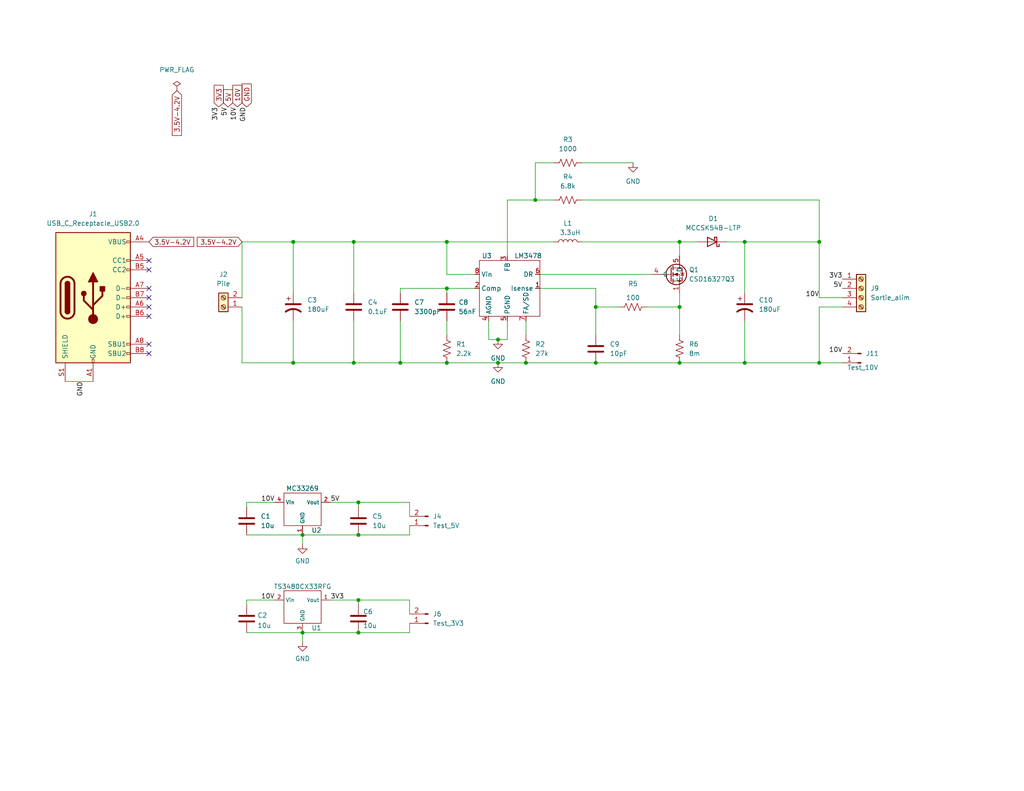
<source format=kicad_sch>
(kicad_sch (version 20211123) (generator eeschema)
  (paper "USLetter")
  (title_block (title "Ecou-Terre_PCB") (date "2023-01-23") (rev "v0") (company "CRIFA") (comment 1 "Eric Gingras") (comment 2 "Jacob Turcotte"))
  (lib_symbols
    (symbol "Connector:Conn_01x02_Male" (pin_names (offset 1.016) hide)
      (property "Reference" "J" (at 0 2.54 0))
      (property "Value" "Conn_01x02_Male" (at 0 -5.08 0))
      (symbol "Conn_01x02_Male_1_1"
        (polyline (pts (xy 1.27 -2.54) (xy 0.8636 -2.54)) (stroke (width 0.1524)))
        (polyline (pts (xy 1.27 0) (xy 0.8636 0)) (stroke (width 0.1524)))
        (rectangle (start 0.8636 -2.413) (end 0 -2.667) (stroke (width 0.1524)) (fill (type outline)))
        (rectangle (start 0.8636 0.127) (end 0 -0.127) (stroke (width 0.1524)) (fill (type outline)))
        (pin passive line (at 5.08 0 180) (length 3.81) (name "Pin_1") (number "1"))
        (pin passive line (at 5.08 -2.54 180) (length 3.81) (name "Pin_2") (number "2"))
      )
    )
    (symbol "Connector:Screw_Terminal_01x02" (pin_names (offset 1.016) hide)
      (property "Reference" "J" (at 0 2.54 0))
      (property "Value" "Screw_Terminal_01x02" (at 0 -5.08 0))
      (symbol "Screw_Terminal_01x02_1_1"
        (rectangle (start -1.27 1.27) (end 1.27 -3.81) (stroke (width 0.254)) (fill (type background)))
        (circle (center 0 -2.54) (radius 0.635) (stroke (width 0.1524)))
        (polyline (pts (xy -0.5334 -2.2098) (xy 0.3302 -3.048)) (stroke (width 0.1524)))
        (polyline (pts (xy -0.5334 0.3302) (xy 0.3302 -0.508)) (stroke (width 0.1524)))
        (polyline (pts (xy -0.3556 -2.032) (xy 0.508 -2.8702)) (stroke (width 0.1524)))
        (polyline (pts (xy -0.3556 0.508) (xy 0.508 -0.3302)) (stroke (width 0.1524)))
        (circle (center 0 0) (radius 0.635) (stroke (width 0.1524)))
        (pin passive line (at -5.08 0 0) (length 3.81) (name "Pin_1") (number "1"))
        (pin passive line (at -5.08 -2.54 0) (length 3.81) (name "Pin_2") (number "2"))
      )
    )
    (symbol "Connector:Screw_Terminal_01x04" (pin_names (offset 1.016) hide)
      (property "Reference" "J" (at 0 5.08 0))
      (property "Value" "Screw_Terminal_01x04" (at 0 -7.62 0))
      (symbol "Screw_Terminal_01x04_1_1"
        (rectangle (start -1.27 3.81) (end 1.27 -6.35) (stroke (width 0.254)) (fill (type background)))
        (circle (center 0 -5.08) (radius 0.635) (stroke (width 0.1524)))
        (circle (center 0 -2.54) (radius 0.635) (stroke (width 0.1524)))
        (polyline (pts (xy -0.5334 -4.7498) (xy 0.3302 -5.588)) (stroke (width 0.1524)))
        (polyline (pts (xy -0.5334 -2.2098) (xy 0.3302 -3.048)) (stroke (width 0.1524)))
        (polyline (pts (xy -0.5334 0.3302) (xy 0.3302 -0.508)) (stroke (width 0.1524)))
        (polyline (pts (xy -0.5334 2.8702) (xy 0.3302 2.032)) (stroke (width 0.1524)))
        (polyline (pts (xy -0.3556 -4.572) (xy 0.508 -5.4102)) (stroke (width 0.1524)))
        (polyline (pts (xy -0.3556 -2.032) (xy 0.508 -2.8702)) (stroke (width 0.1524)))
        (polyline (pts (xy -0.3556 0.508) (xy 0.508 -0.3302)) (stroke (width 0.1524)))
        (polyline (pts (xy -0.3556 3.048) (xy 0.508 2.2098)) (stroke (width 0.1524)))
        (circle (center 0 0) (radius 0.635) (stroke (width 0.1524)))
        (circle (center 0 2.54) (radius 0.635) (stroke (width 0.1524)))
        (pin passive line (at -5.08 2.54 0) (length 3.81) (name "Pin_1") (number "1"))
        (pin passive line (at -5.08 0 0) (length 3.81) (name "Pin_2") (number "2"))
        (pin passive line (at -5.08 -2.54 0) (length 3.81) (name "Pin_3") (number "3"))
        (pin passive line (at -5.08 -5.08 0) (length 3.81) (name "Pin_4") (number "4"))
      )
    )
    (symbol "Connector:USB_C_Receptacle_USB2.0" (pin_names (offset 1.016))
      (property "Reference" "J" (at -10.16 19.05 0))
      (property "Value" "USB_C_Receptacle_USB2.0" (at 19.05 19.05 0))
      (symbol "USB_C_Receptacle_USB2.0_0_0"
        (rectangle (start -0.254 -17.78) (end 0.254 -16.764))
        (rectangle (start 10.16 -14.986) (end 9.144 -15.494))
        (rectangle (start 10.16 -12.446) (end 9.144 -12.954))
        (rectangle (start 10.16 -4.826) (end 9.144 -5.334))
        (rectangle (start 10.16 -2.286) (end 9.144 -2.794))
        (rectangle (start 10.16 0.254) (end 9.144 -0.254))
        (rectangle (start 10.16 2.794) (end 9.144 2.286))
        (rectangle (start 10.16 7.874) (end 9.144 7.366))
        (rectangle (start 10.16 10.414) (end 9.144 9.906))
        (rectangle (start 10.16 15.494) (end 9.144 14.986))
      )
      (symbol "USB_C_Receptacle_USB2.0_0_1"
        (rectangle (start -10.16 17.78) (end 10.16 -17.78) (stroke (width 0.254)) (fill (type background)))
        (arc (start -8.89 -3.81) (mid -6.985 -5.715) (end -5.08 -3.81) (stroke (width 0.508)))
        (arc (start -7.62 -3.81) (mid -6.985 -4.445) (end -6.35 -3.81) (stroke (width 0.254)))
        (arc (start -7.62 -3.81) (mid -6.985 -4.445) (end -6.35 -3.81) (stroke (width 0.254)) (fill (type outline)))
        (rectangle (start -7.62 -3.81) (end -6.35 3.81) (stroke (width 0.254)) (fill (type outline)))
        (arc (start -6.35 3.81) (mid -6.985 4.445) (end -7.62 3.81) (stroke (width 0.254)))
        (arc (start -6.35 3.81) (mid -6.985 4.445) (end -7.62 3.81) (stroke (width 0.254)) (fill (type outline)))
        (arc (start -5.08 3.81) (mid -6.985 5.715) (end -8.89 3.81) (stroke (width 0.508)))
        (circle (center -2.54 1.143) (radius 0.635) (stroke (width 0.254)) (fill (type outline)))
        (circle (center 0 -5.842) (radius 1.27) (fill (type outline)))
        (polyline (pts (xy -8.89 -3.81) (xy -8.89 3.81)) (stroke (width 0.508)))
        (polyline (pts (xy -5.08 3.81) (xy -5.08 -3.81)) (stroke (width 0.508)))
        (polyline (pts (xy 0 -5.842) (xy 0 4.318)) (stroke (width 0.508)))
        (polyline (pts (xy 0 -3.302) (xy -2.54 -0.762) (xy -2.54 0.508)) (stroke (width 0.508)))
        (polyline (pts (xy 0 -2.032) (xy 2.54 0.508) (xy 2.54 1.778)) (stroke (width 0.508)))
        (polyline (pts (xy -1.27 4.318) (xy 0 6.858) (xy 1.27 4.318) (xy -1.27 4.318)) (stroke (width 0.254)) (fill (type outline)))
        (rectangle (start 1.905 1.778) (end 3.175 3.048) (stroke (width 0.254)) (fill (type outline)))
      )
      (symbol "USB_C_Receptacle_USB2.0_1_1"
        (pin passive line (at 0 -22.86 90) (length 5.08) (name "GND") (number "A1"))
        (pin passive line (at 0 -22.86 90) (length 5.08) hide (name "GND") (number "A12"))
        (pin passive line (at 15.24 15.24 180) (length 5.08) (name "VBUS") (number "A4"))
        (pin bidirectional line (at 15.24 10.16 180) (length 5.08) (name "CC1") (number "A5"))
        (pin bidirectional line (at 15.24 -2.54 180) (length 5.08) (name "D+") (number "A6"))
        (pin bidirectional line (at 15.24 2.54 180) (length 5.08) (name "D-") (number "A7"))
        (pin bidirectional line (at 15.24 -12.7 180) (length 5.08) (name "SBU1") (number "A8"))
        (pin passive line (at 15.24 15.24 180) (length 5.08) hide (name "VBUS") (number "A9"))
        (pin passive line (at 0 -22.86 90) (length 5.08) hide (name "GND") (number "B1"))
        (pin passive line (at 0 -22.86 90) (length 5.08) hide (name "GND") (number "B12"))
        (pin passive line (at 15.24 15.24 180) (length 5.08) hide (name "VBUS") (number "B4"))
        (pin bidirectional line (at 15.24 7.62 180) (length 5.08) (name "CC2") (number "B5"))
        (pin bidirectional line (at 15.24 -5.08 180) (length 5.08) (name "D+") (number "B6"))
        (pin bidirectional line (at 15.24 0 180) (length 5.08) (name "D-") (number "B7"))
        (pin bidirectional line (at 15.24 -15.24 180) (length 5.08) (name "SBU2") (number "B8"))
        (pin passive line (at 15.24 15.24 180) (length 5.08) hide (name "VBUS") (number "B9"))
        (pin passive line (at -7.62 -22.86 90) (length 5.08) (name "SHIELD") (number "S1"))
      )
    )
    (symbol "Custom:CSD16327Q3"
      (property "Reference" "Q" (at 3.81 1.27 0))
      (property "Value" "CSD16327Q3" (at 8.89 -1.27 0))
      (symbol "CSD16327Q3_0_1"
        (polyline (pts (xy -1.016 0) (xy -3.81 0)))
        (polyline (pts (xy -1.016 1.905) (xy -1.016 -1.905)) (stroke (width 0.254)))
        (polyline (pts (xy -0.508 -1.27) (xy -0.508 -2.286)) (stroke (width 0.254)))
        (polyline (pts (xy -0.508 0.508) (xy -0.508 -0.508)) (stroke (width 0.254)))
        (polyline (pts (xy -0.508 2.286) (xy -0.508 1.27)) (stroke (width 0.254)))
        (polyline (pts (xy 1.27 2.54) (xy 1.27 1.778)))
        (polyline (pts (xy 1.27 -2.54) (xy 1.27 0) (xy -0.508 0)))
        (polyline (pts (xy -0.508 -1.778) (xy 2.032 -1.778) (xy 2.032 1.778) (xy -0.508 1.778)))
        (polyline (pts (xy -0.254 0) (xy 0.762 0.381) (xy 0.762 -0.381) (xy -0.254 0)) (fill (type outline)))
        (polyline (pts (xy 1.524 0.508) (xy 1.651 0.381) (xy 2.413 0.381) (xy 2.54 0.254)))
        (polyline (pts (xy 2.032 0.381) (xy 1.651 -0.254) (xy 2.413 -0.254) (xy 2.032 0.381)))
        (circle (center 0.381 0) (radius 2.794) (stroke (width 0.254)))
        (circle (center 1.27 -1.778) (radius 0.254) (fill (type outline)))
        (circle (center 1.27 1.778) (radius 0.254) (fill (type outline)))
      )
      (symbol "CSD16327Q3_1_1"
        (pin passive line (at 1.27 -5.08 90) (length 2.54) (name "S") (number "1"))
        (pin passive line (at 1.27 -5.08 90) (length 2.54) hide (name "S") (number "2"))
        (pin passive line (at 1.27 -5.08 90) (length 2.54) hide (name "S") (number "3"))
        (pin passive line (at -6.35 0 0) (length 2.54) (name "G") (number "4"))
        (pin passive line (at 1.27 5.08 270) (length 2.54) (name "D") (number "5"))
        (pin passive line (at 1.27 5.08 270) (length 2.54) (name "D") (number "5"))
      )
    )
    (symbol "Custom:LM3478"
      (property "Reference" "U3" (at -6.985 8.89 0))
      (property "Value" "LM3478" (at 1.905 8.89 0))
      (symbol "LM3478_0_1"
        (polyline (pts (xy -7.62 7.62) (xy 8.89 7.62) (xy 8.89 -7.62) (xy -7.62 -7.62) (xy -7.62 7.62)) (stroke (width 0.1524)))
      )
      (symbol "LM3478_1_1"
        (pin input line (at 8.89 0 180) (length 1.27) (name "Isense") (number "1"))
        (pin input line (at -8.89 0 0) (length 1.27) (name "Comp") (number "2"))
        (pin input line (at 0 8.89 270) (length 1.27) (name "FB") (number "3"))
        (pin input line (at -5.08 -8.89 90) (length 1.27) (name "AGND") (number "4"))
        (pin input line (at 0 -8.89 90) (length 1.27) (name "PGND") (number "5"))
        (pin output line (at 8.89 3.81 180) (length 1.27) (name "DR") (number "6"))
        (pin input line (at 5.08 -8.89 90) (length 1.27) (name "FA/SD") (number "7"))
        (pin power_in line (at -8.89 3.81 0) (length 1.27) (name "Vin") (number "8"))
      )
    )
    (symbol "Custom:MC33269"
      (property "Reference" "U2" (at 2.54 -5.08 0))
      (property "Value" "MC33269" (at -1.27 6.35 0))
      (symbol "MC33269_0_1"
        (rectangle (start -6.35 5.08) (end 3.81 -3.81) (stroke (width 0.1524)))
      )
      (symbol "MC33269_1_1"
        (pin input line (at -1.27 -6.35 90) (length 2.5) (name "GND") (number "1"))
        (pin power_out line (at 6.35 2.54 180) (length 2.5) (name "Vout") (number "2"))
        (pin passive line (at 6.35 2.54 180) (length 2.5) hide (name "Vout") (number "3"))
        (pin power_in line (at -8.89 2.54 0) (length 2.5) (name "Vin") (number "4"))
        (pin passive line (at 6.35 2.54 180) (length 2.5) hide (name "Vout") (number "6"))
        (pin passive line (at 6.35 2.54 180) (length 2.5) hide (name "Vout") (number "7"))
      )
    )
    (symbol "Custom:TS3480CX33RFG"
      (property "Reference" "U1" (at 3.81 -10.16 0))
      (property "Value" "TS3480CX33RFG" (at 0 1.1406 0))
      (symbol "TS3480CX33RFG_0_1"
        (rectangle (start -5.08 0) (end 5.08 -8.89) (stroke (width 0.1524)))
      )
      (symbol "TS3480CX33RFG_1_1"
        (pin power_out line (at 7.62 -2.54 180) (length 2.5) (name "Vout") (number "1"))
        (pin power_in line (at -7.62 -2.54 0) (length 2.5) (name "Vin") (number "2"))
        (pin input line (at 0 -11.43 90) (length 2.5) (name "GND") (number "3"))
      )
    )
    (symbol "Device:C" (pin_numbers hide) (pin_names (offset 0.254))
      (property "Reference" "C" (at 0.635 2.54 0))
      (property "Value" "C" (at 0.635 -2.54 0))
      (symbol "C_0_1"
        (polyline (pts (xy -2.032 -0.762) (xy 2.032 -0.762)) (stroke (width 0.508)))
        (polyline (pts (xy -2.032 0.762) (xy 2.032 0.762)) (stroke (width 0.508)))
      )
      (symbol "C_1_1"
        (pin passive line (at 0 3.81 270) (length 2.794) (name "~") (number "1"))
        (pin passive line (at 0 -3.81 90) (length 2.794) (name "~") (number "2"))
      )
    )
    (symbol "Device:C_Polarized_US" (pin_numbers hide) (pin_names (offset 0.254) hide)
      (property "Reference" "C" (at 0.635 2.54 0))
      (property "Value" "C_Polarized_US" (at 0.635 -2.54 0))
      (symbol "C_Polarized_US_0_1"
        (polyline (pts (xy -2.032 0.762) (xy 2.032 0.762)) (stroke (width 0.508)))
        (polyline (pts (xy -1.778 2.286) (xy -0.762 2.286)))
        (polyline (pts (xy -1.27 1.778) (xy -1.27 2.794)))
        (arc (start 2.032 -1.27) (mid 0 -0.5572) (end -2.032 -1.27) (stroke (width 0.508)))
      )
      (symbol "C_Polarized_US_1_1"
        (pin passive line (at 0 3.81 270) (length 2.794) (name "~") (number "1"))
        (pin passive line (at 0 -3.81 90) (length 3.302) (name "~") (number "2"))
      )
    )
    (symbol "Device:D_Schottky" (pin_numbers hide) (pin_names (offset 1.016) hide)
      (property "Reference" "D" (at 0 2.54 0))
      (property "Value" "D_Schottky" (at 0 -2.54 0))
      (symbol "D_Schottky_0_1"
        (polyline (pts (xy 1.27 0) (xy -1.27 0)))
        (polyline (pts (xy 1.27 1.27) (xy 1.27 -1.27) (xy -1.27 0) (xy 1.27 1.27)) (stroke (width 0.254)))
        (polyline (pts (xy -1.905 0.635) (xy -1.905 1.27) (xy -1.27 1.27) (xy -1.27 -1.27) (xy -0.635 -1.27) (xy -0.635 -0.635)) (stroke (width 0.254)))
      )
      (symbol "D_Schottky_1_1"
        (pin passive line (at -3.81 0 0) (length 2.54) (name "K") (number "1"))
        (pin passive line (at 3.81 0 180) (length 2.54) (name "A") (number "2"))
      )
    )
    (symbol "Device:L" (pin_numbers hide) (pin_names (offset 1.016) hide)
      (property "Reference" "L" (at -1.27 0 90))
      (property "Value" "L" (at 1.905 0 90))
      (symbol "L_0_1"
        (arc (start 0 -2.54) (mid 0.635 -1.905) (end 0 -1.27))
        (arc (start 0 -1.27) (mid 0.635 -0.635) (end 0 0))
        (arc (start 0 0) (mid 0.635 0.635) (end 0 1.27))
        (arc (start 0 1.27) (mid 0.635 1.905) (end 0 2.54))
      )
      (symbol "L_1_1"
        (pin passive line (at 0 3.81 270) (length 1.27) (name "1") (number "1"))
        (pin passive line (at 0 -3.81 90) (length 1.27) (name "2") (number "2"))
      )
    )
    (symbol "Device:R_US" (pin_numbers hide) (pin_names (offset 0))
      (property "Reference" "R" (at 2.54 0 90))
      (property "Value" "R_US" (at -2.54 0 90))
      (symbol "R_US_0_1"
        (polyline (pts (xy 0 -2.286) (xy 0 -2.54)))
        (polyline (pts (xy 0 2.286) (xy 0 2.54)))
        (polyline (pts (xy 0 -0.762) (xy 1.016 -1.143) (xy 0 -1.524) (xy -1.016 -1.905) (xy 0 -2.286)))
        (polyline (pts (xy 0 0.762) (xy 1.016 0.381) (xy 0 0) (xy -1.016 -0.381) (xy 0 -0.762)))
        (polyline (pts (xy 0 2.286) (xy 1.016 1.905) (xy 0 1.524) (xy -1.016 1.143) (xy 0 0.762)))
      )
      (symbol "R_US_1_1"
        (pin passive line (at 0 3.81 270) (length 1.27) (name "~") (number "1"))
        (pin passive line (at 0 -3.81 90) (length 1.27) (name "~") (number "2"))
      )
    )
    (symbol "power:GND" (power) (pin_names (offset 0))
      (property "Value" "GND" (at 0 -3.81 0))
      (symbol "GND_0_1"
        (polyline (pts (xy 0 0) (xy 0 -1.27) (xy 1.27 -1.27) (xy 0 -2.54) (xy -1.27 -1.27) (xy 0 -1.27)))
      )
      (symbol "GND_1_1"
        (pin power_in line (at 0 0 270) (length 0) hide (name "GND") (number "1"))
      )
    )
    (symbol "power:PWR_FLAG" (power) (pin_numbers hide) (pin_names (offset 0) hide)
      (property "Value" "PWR_FLAG" (at 0 3.81 0))
      (symbol "PWR_FLAG_0_0"
        (pin power_out line (at 0 0 90) (length 0) (name "pwr") (number "1"))
      )
      (symbol "PWR_FLAG_0_1"
        (polyline (pts (xy 0 0) (xy 0 1.27) (xy -1.016 1.905) (xy 0 2.54) (xy 1.016 1.905) (xy 0 1.27)))
      )
    )
  )
  (junction (at 162.56 99.06))
  (junction (at 96.52 99.06))
  (junction (at 82.55 172.72))
  (junction (at 82.55 146.05))
  (junction (at 97.79 137.16))
  (junction (at 185.42 66.04))
  (junction (at 143.51 99.06))
  (junction (at 203.2 99.06))
  (junction (at 96.52 66.04))
  (junction (at 185.42 83.82))
  (junction (at 121.92 78.74))
  (junction (at 185.42 99.06))
  (junction (at 109.22 99.06))
  (junction (at 135.89 99.06))
  (junction (at 97.79 163.83))
  (junction (at 135.89 92.71))
  (junction (at 162.56 83.82))
  (junction (at 146.05 54.61))
  (junction (at 80.01 99.06))
  (junction (at 97.79 172.72))
  (junction (at 121.92 66.04))
  (junction (at 80.01 66.04))
  (junction (at 223.52 99.06))
  (junction (at 121.92 99.06))
  (junction (at 223.52 66.04))
  (junction (at 203.2 66.04))
  (junction (at 97.79 146.05))
  (no_connect (at 40.64 71.12))
  (no_connect (at 40.64 73.66))
  (no_connect (at 40.64 78.74))
  (no_connect (at 40.64 81.28))
  (no_connect (at 40.64 83.82))
  (no_connect (at 40.64 86.36))
  (no_connect (at 40.64 93.98))
  (no_connect (at 40.64 96.52))
  (wire (pts (xy 111.76 137.16) (xy 97.79 137.16)))
  (wire (pts (xy 143.51 87.63) (xy 143.51 91.44)))
  (wire (pts (xy 66.04 99.06) (xy 80.01 99.06)))
  (wire (pts (xy 66.04 83.82) (xy 66.04 99.06)))
  (wire (pts (xy 121.92 99.06) (xy 135.89 99.06)))
  (wire (pts (xy 229.87 99.06) (xy 223.52 99.06)))
  (wire (pts (xy 121.92 78.74) (xy 129.54 78.74)))
  (wire (pts (xy 203.2 99.06) (xy 185.42 99.06)))
  (wire (pts (xy 67.31 137.16) (xy 74.93 137.16)))
  (wire (pts (xy 74.93 163.83) (xy 67.31 163.83)))
  (wire (pts (xy 229.87 83.82) (xy 223.52 83.82)))
  (wire (pts (xy 133.35 87.63) (xy 133.35 92.71)))
  (wire (pts (xy 121.92 78.74) (xy 121.92 80.01)))
  (wire (pts (xy 185.42 66.04) (xy 190.5 66.04)))
  (wire (pts (xy 147.32 78.74) (xy 162.56 78.74)))
  (wire (pts (xy 67.31 172.72) (xy 82.55 172.72)))
  (wire (pts (xy 162.56 78.74) (xy 162.56 83.82)))
  (wire (pts (xy 82.55 172.72) (xy 97.79 172.72)))
  (wire (pts (xy 82.55 146.05) (xy 82.55 148.59)))
  (wire (pts (xy 111.76 146.05) (xy 97.79 146.05)))
  (wire (pts (xy 121.92 66.04) (xy 151.13 66.04)))
  (wire (pts (xy 223.52 83.82) (xy 223.52 99.06)))
  (wire (pts (xy 17.78 104.14) (xy 25.4 104.14)))
  (wire (pts (xy 121.92 74.93) (xy 121.92 66.04)))
  (wire (pts (xy 67.31 146.05) (xy 82.55 146.05)))
  (wire (pts (xy 66.04 81.28) (xy 66.04 66.04)))
  (wire (pts (xy 203.2 66.04) (xy 203.2 80.01)))
  (wire (pts (xy 111.76 163.83) (xy 97.79 163.83)))
  (wire (pts (xy 176.53 83.82) (xy 185.42 83.82)))
  (wire (pts (xy 111.76 172.72) (xy 97.79 172.72)))
  (wire (pts (xy 80.01 99.06) (xy 96.52 99.06)))
  (wire (pts (xy 67.31 137.16) (xy 67.31 138.43)))
  (wire (pts (xy 109.22 80.01) (xy 109.22 78.74)))
  (wire (pts (xy 158.75 44.45) (xy 172.72 44.45)))
  (wire (pts (xy 80.01 80.01) (xy 80.01 66.04)))
  (wire (pts (xy 135.89 99.06) (xy 143.51 99.06)))
  (wire (pts (xy 96.52 99.06) (xy 109.22 99.06)))
  (wire (pts (xy 66.04 66.04) (xy 80.01 66.04)))
  (wire (pts (xy 135.89 92.71) (xy 138.43 92.71)))
  (wire (pts (xy 147.32 74.93) (xy 177.8 74.93)))
  (wire (pts (xy 185.42 69.85) (xy 185.42 66.04)))
  (wire (pts (xy 96.52 87.63) (xy 96.52 99.06)))
  (wire (pts (xy 90.17 163.83) (xy 97.79 163.83)))
  (wire (pts (xy 109.22 87.63) (xy 109.22 99.06)))
  (wire (pts (xy 138.43 87.63) (xy 138.43 92.71)))
  (wire (pts (xy 162.56 83.82) (xy 162.56 91.44)))
  (wire (pts (xy 111.76 170.18) (xy 111.76 172.72)))
  (wire (pts (xy 229.87 81.28) (xy 223.52 81.28)))
  (wire (pts (xy 203.2 87.63) (xy 203.2 99.06)))
  (wire (pts (xy 109.22 78.74) (xy 121.92 78.74)))
  (wire (pts (xy 96.52 66.04) (xy 121.92 66.04)))
  (wire (pts (xy 97.79 137.16) (xy 97.79 138.43)))
  (wire (pts (xy 138.43 54.61) (xy 138.43 69.85)))
  (wire (pts (xy 223.52 66.04) (xy 203.2 66.04)))
  (wire (pts (xy 80.01 66.04) (xy 96.52 66.04)))
  (wire (pts (xy 133.35 92.71) (xy 135.89 92.71)))
  (wire (pts (xy 90.17 137.16) (xy 97.79 137.16)))
  (wire (pts (xy 82.55 146.05) (xy 97.79 146.05)))
  (wire (pts (xy 168.91 83.82) (xy 162.56 83.82)))
  (wire (pts (xy 146.05 54.61) (xy 138.43 54.61)))
  (wire (pts (xy 109.22 99.06) (xy 121.92 99.06)))
  (wire (pts (xy 223.52 81.28) (xy 223.52 66.04)))
  (wire (pts (xy 185.42 80.01) (xy 185.42 83.82)))
  (wire (pts (xy 162.56 99.06) (xy 185.42 99.06)))
  (wire (pts (xy 185.42 83.82) (xy 185.42 91.44)))
  (wire (pts (xy 151.13 44.45) (xy 146.05 44.45)))
  (wire (pts (xy 67.31 163.83) (xy 67.31 165.1)))
  (wire (pts (xy 158.75 66.04) (xy 185.42 66.04)))
  (wire (pts (xy 80.01 87.63) (xy 80.01 99.06)))
  (wire (pts (xy 223.52 99.06) (xy 203.2 99.06)))
  (wire (pts (xy 121.92 74.93) (xy 129.54 74.93)))
  (wire (pts (xy 96.52 80.01) (xy 96.52 66.04)))
  (wire (pts (xy 198.12 66.04) (xy 203.2 66.04)))
  (wire (pts (xy 97.79 163.83) (xy 97.79 165.1)))
  (wire (pts (xy 146.05 44.45) (xy 146.05 54.61)))
  (wire (pts (xy 223.52 54.61) (xy 223.52 66.04)))
  (wire (pts (xy 121.92 87.63) (xy 121.92 91.44)))
  (wire (pts (xy 158.75 54.61) (xy 223.52 54.61)))
  (wire (pts (xy 111.76 143.51) (xy 111.76 146.05)))
  (wire (pts (xy 111.76 167.64) (xy 111.76 163.83)))
  (wire (pts (xy 143.51 99.06) (xy 162.56 99.06)))
  (wire (pts (xy 151.13 54.61) (xy 146.05 54.61)))
  (wire (pts (xy 82.55 172.72) (xy 82.55 175.26)))
  (wire (pts (xy 111.76 140.97) (xy 111.76 137.16)))
  (label "GND" (at 22.86 104.14 270))
  (label "5V" (at 229.87 78.74 180))
  (label "5V" (at 62.23 29.21 270))
  (label "3V3" (at 59.69 29.21 270))
  (label "3V3" (at 90.17 163.83 0))
  (label "5V" (at 90.17 137.16 0))
  (label "3V3" (at 229.87 76.2 180))
  (label "10V" (at 74.93 137.16 180))
  (label "10V" (at 74.93 163.83 180))
  (label "10V" (at 229.87 96.52 180))
  (label "10V" (at 223.52 81.28 180))
  (label "10V" (at 64.77 29.21 270))
  (label "GND" (at 67.31 29.21 270))
  (global_label "GND" (shape input) (at 67.31 29.21 90) (property "Intersheet References" "${INTERSHEET_REFS}" (effects hide)))
  (global_label "5V" (shape input) (at 62.23 29.21 90) (property "Intersheet References" "${INTERSHEET_REFS}" (effects hide)))
  (global_label "10V" (shape input) (at 64.77 29.21 90) (property "Intersheet References" "${INTERSHEET_REFS}" (effects hide)))
  (global_label "3V3" (shape input) (at 59.69 29.21 90) (property "Intersheet References" "${INTERSHEET_REFS}" (effects hide)))
  (global_label "3.5V-4.2V" (shape input) (at 48.26 24.765 270) (property "Intersheet References" "${INTERSHEET_REFS}" (effects hide)))
  (global_label "3.5V-4.2V" (shape input) (at 66.04 66.04 180) (property "Intersheet References" "${INTERSHEET_REFS}" (effects hide)))
  (global_label "3.5V-4.2V" (shape input) (at 40.64 66.04 0) (property "Intersheet References" "${INTERSHEET_REFS}" (effects hide)))
  (symbol (lib_id "Custom:MC33269") (at 83.82 139.7 0) (unit 1)
    (property "Reference" "U2" (at 86.36 144.78 0))
    (property "Value" "MC33269" (at 82.55 133.35 0))
    (property "Footprint" "Package_SO:SO-8_3.9x4.9mm_P1.27mm" (effects hide))
  )
  (symbol (lib_id "Device:D_Schottky") (at 194.31 66.04 180) (unit 1)
    (property "Reference" "D1" (at 194.6275 59.69 0))
    (property "Value" "MCCSK54B-LTP" (at 194.6275 62.23 0))
    (property "Footprint" "Diode_SMD:D_SMB" (effects hide))
  )
  (symbol (lib_id "Connector:Screw_Terminal_01x02") (at 60.96 83.82 180) (unit 1)
    (property "Reference" "J2" (at 60.96 74.93 0))
    (property "Value" "Pile" (at 60.96 77.47 0))
    (property "Footprint" "TerminalBlock:TerminalBlock_bornier-2_P5.08mm" (effects hide))
  )
  (symbol (lib_id "Device:C_Polarized_US") (at 203.2 83.82 0) (unit 1)
    (property "Reference" "C10" (at 207.01 81.9149 0) (effects (justify left)))
    (property "Value" "180uF" (at 207.01 84.4549 0) (effects (justify left)))
    (property "Footprint" "Capacitor_SMD:CP_Elec_6.3x9.9" (effects hide))
  )
  (symbol (lib_id "power:GND") (at 82.55 148.59 0) (unit 1)
    (property "Reference" "#PWR02" (effects hide))
    (property "Value" "GND" (at 82.55 153.1525 0))
  )
  (symbol (lib_id "power:GND") (at 135.89 92.71 0) (unit 1)
    (property "Reference" "#PWR04" (effects hide))
    (property "Value" "GND" (at 135.89 97.79 0))
  )
  (symbol (lib_id "Device:R_US") (at 121.92 95.25 0) (unit 1)
    (property "Reference" "R1" (at 124.46 93.9799 0) (effects (justify left)))
    (property "Value" "2.2k" (at 124.46 96.5199 0) (effects (justify left)))
    (property "Footprint" "Resistor_SMD:R_0805_2012Metric" (effects hide))
  )
  (symbol (lib_id "Device:C") (at 121.92 83.82 0) (unit 1)
    (property "Reference" "C8" (at 125.095 82.55 0) (effects (justify left)))
    (property "Value" "56nF" (at 125.095 85.09 0) (effects (justify left)))
    (property "Footprint" "Capacitor_SMD:C_0504_1310Metric_Pad0.83x1.28mm_HandSolder" (effects hide))
  )
  (symbol (lib_id "Connector:Conn_01x02_Male") (at 116.84 143.51 180) (unit 1)
    (property "Reference" "J4" (at 118.11 140.9699 0) (effects (justify right)))
    (property "Value" "Test_5V" (at 118.11 143.5099 0) (effects (justify right)))
    (property "Footprint" "Connector_PinHeader_2.54mm:PinHeader_1x02_P2.54mm_Vertical" (effects hide))
  )
  (symbol (lib_id "Device:R_US") (at 154.94 54.61 90) (unit 1)
    (property "Reference" "R4" (at 154.94 48.26 90))
    (property "Value" "6.8k" (at 154.94 50.8 90))
    (property "Footprint" "Resistor_SMD:R_0805_2012Metric" (effects hide))
  )
  (symbol (lib_id "Connector:Screw_Terminal_01x04") (at 234.95 78.74 0) (unit 1)
    (property "Reference" "J9" (at 237.49 78.7399 0) (effects (justify left)))
    (property "Value" "Sortie_alim" (at 237.49 81.2799 0) (effects (justify left)))
    (property "Footprint" "TerminalBlock:TerminalBlock_bornier-4_P5.08mm" (effects hide))
  )
  (symbol (lib_id "Device:C") (at 67.31 142.24 0) (unit 1)
    (property "Reference" "C1" (at 71.12 140.9699 0) (effects (justify left)))
    (property "Value" "10u" (at 71.12 143.5099 0) (effects (justify left)))
    (property "Footprint" "Capacitor_SMD:C_0805_2012Metric_Pad1.18x1.45mm_HandSolder" (effects hide))
  )
  (symbol (lib_id "power:GND") (at 82.55 175.26 0) (unit 1)
    (property "Reference" "#PWR03" (effects hide))
    (property "Value" "GND" (at 82.55 179.8225 0))
  )
  (symbol (lib_id "Connector:Conn_01x02_Male") (at 116.84 170.18 180) (unit 1)
    (property "Reference" "J6" (at 118.11 167.6399 0) (effects (justify right)))
    (property "Value" "Test_3V3" (at 118.11 170.1799 0) (effects (justify right)))
    (property "Footprint" "Connector_PinHeader_2.54mm:PinHeader_1x02_P2.54mm_Vertical" (effects hide))
  )
  (symbol (lib_id "Connector:Conn_01x02_Male") (at 234.95 99.06 180) (unit 1)
    (property "Reference" "J11" (at 236.22 96.5199 0) (effects (justify right)))
    (property "Value" "Test_10V" (at 231.14 100.33 0) (effects (justify right)))
    (property "Footprint" "Connector_PinHeader_2.54mm:PinHeader_1x02_P2.54mm_Vertical" (effects hide))
  )
  (symbol (lib_id "power:GND") (at 172.72 44.45 0) (unit 1)
    (property "Reference" "#PWR06" (effects hide))
    (property "Value" "GND" (at 172.72 49.53 0))
  )
  (symbol (lib_id "Device:C") (at 162.56 95.25 0) (unit 1)
    (property "Reference" "C9" (at 166.37 93.9799 0) (effects (justify left)))
    (property "Value" "10pF" (at 166.37 96.5199 0) (effects (justify left)))
    (property "Footprint" "Capacitor_SMD:C_0805_2012Metric_Pad1.18x1.45mm_HandSolder" (effects hide))
  )
  (symbol (lib_id "Device:C") (at 96.52 83.82 0) (unit 1)
    (property "Reference" "C4" (at 100.33 82.5499 0) (effects (justify left)))
    (property "Value" "0.1uF" (at 100.33 85.0899 0) (effects (justify left)))
    (property "Footprint" "Capacitor_SMD:C_0805_2012Metric_Pad1.18x1.45mm_HandSolder" (effects hide))
  )
  (symbol (lib_id "Device:R_US") (at 185.42 95.25 180) (unit 1)
    (property "Reference" "R6" (at 187.96 93.9799 0) (effects (justify right)))
    (property "Value" "8m" (at 187.96 96.5199 0) (effects (justify right)))
    (property "Footprint" "Resistor_SMD:R_0815_2038Metric_Pad1.20x4.05mm_HandSolder" (effects hide))
  )
  (symbol (lib_id "Device:C_Polarized_US") (at 80.01 83.82 0) (unit 1)
    (property "Reference" "C3" (at 83.82 81.9149 0) (effects (justify left)))
    (property "Value" "180uF" (at 83.82 84.4549 0) (effects (justify left)))
    (property "Footprint" "Capacitor_SMD:CP_Elec_6.3x9.9" (effects hide))
  )
  (symbol (lib_id "Device:C") (at 97.79 142.24 0) (unit 1)
    (property "Reference" "C5" (at 101.6 140.9699 0) (effects (justify left)))
    (property "Value" "10u" (at 101.6 143.5099 0) (effects (justify left)))
    (property "Footprint" "Capacitor_SMD:C_0805_2012Metric_Pad1.18x1.45mm_HandSolder" (effects hide))
  )
  (symbol (lib_id "Device:C") (at 67.31 168.91 0) (unit 1)
    (property "Reference" "C2" (at 70.231 168.0015 0) (effects (justify left)))
    (property "Value" "10u" (at 70.231 170.7766 0) (effects (justify left)))
    (property "Footprint" "Capacitor_SMD:C_0805_2012Metric_Pad1.18x1.45mm_HandSolder" (effects hide))
  )
  (symbol (lib_id "Device:C") (at 109.22 83.82 0) (unit 1)
    (property "Reference" "C7" (at 113.03 82.5499 0) (effects (justify left)))
    (property "Value" "3300pF" (at 113.03 85.0899 0) (effects (justify left)))
    (property "Footprint" "Capacitor_SMD:C_0805_2012Metric_Pad1.18x1.45mm_HandSolder" (effects hide))
  )
  (symbol (lib_id "Custom:LM3478") (at 138.43 78.74 0) (unit 1)
    (property "Reference" "U3" (at 131.445 69.85 0) (effects (justify left)))
    (property "Value" "LM3478" (at 140.335 69.85 0) (effects (justify left)))
    (property "Footprint" "Package_SO:SOIC-8_3.9x4.9mm_P1.27mm" (effects hide))
  )
  (symbol (lib_id "Connector:USB_C_Receptacle_USB2.0") (at 25.4 81.28 0) (unit 1)
    (property "Reference" "J1" (at 25.4 58.42 0))
    (property "Value" "USB_C_Receptacle_USB2.0" (at 25.4 60.96 0))
    (property "Footprint" "Connector_USB:USB_C_Receptacle_HRO_TYPE-C-31-M-12" (effects hide))
    (property "Datasheet" "https://www.usb.org/sites/default/files/documents/usb_type-c.zip" (effects hide))
  )
  (symbol (lib_id "Custom:TS3480CX33RFG") (at 82.55 161.29 0) (unit 1)
    (property "Reference" "U1" (at 86.36 171.45 0))
    (property "Value" "TS3480CX33RFG" (at 82.55 160.1494 0))
    (property "Footprint" "Package_TO_SOT_SMD:SOT-23" (effects hide))
  )
  (symbol (lib_id "Custom:CSD16327Q3") (at 184.15 74.93 0) (unit 1)
    (property "Reference" "Q1" (at 187.96 73.66 0) (effects (justify left)))
    (property "Value" "CSD16327Q3" (at 187.96 76.2 0) (effects (justify left)))
    (property "Footprint" "Package_SON:VSON-8_3.3x3.3mm_P0.65mm_NexFET" (effects hide))
  )
  (symbol (lib_id "power:GND") (at 135.89 99.06 0) (unit 1)
    (property "Reference" "#PWR05" (effects hide))
    (property "Value" "GND" (at 135.89 104.14 0))
  )
  (symbol (lib_id "Device:C") (at 97.79 168.91 0) (unit 1)
    (property "Reference" "C6" (at 99.06 167.005 0) (effects (justify left)))
    (property "Value" "10u" (at 99.06 170.815 0) (effects (justify left)))
    (property "Footprint" "Capacitor_SMD:C_0805_2012Metric_Pad1.18x1.45mm_HandSolder" (effects hide))
  )
  (symbol (lib_id "Device:R_US") (at 172.72 83.82 90) (unit 1)
    (property "Reference" "R5" (at 172.72 77.47 90))
    (property "Value" "100" (at 172.72 81.28 90))
    (property "Footprint" "Resistor_SMD:R_0805_2012Metric" (effects hide))
  )
  (symbol (lib_id "power:PWR_FLAG") (at 48.26 24.765 0) (unit 1)
    (property "Reference" "#FLG03" (effects hide))
    (property "Value" "PWR_FLAG" (at 48.26 19.05 0))
  )
  (symbol (lib_id "Device:L") (at 154.94 66.04 90) (unit 1)
    (property "Reference" "L1" (at 154.94 60.96 90))
    (property "Value" "3.3uH" (at 155.575 63.5 90))
    (property "Footprint" "Inductor_SMD:L_Vishay_IHLP-4040" (effects hide))
  )
  (symbol (lib_id "Device:R_US") (at 154.94 44.45 90) (unit 1)
    (property "Reference" "R3" (at 154.94 38.1 90))
    (property "Value" "1000" (at 154.94 40.64 90))
    (property "Footprint" "Resistor_SMD:R_0805_2012Metric" (effects hide))
  )
  (symbol (lib_id "Device:R_US") (at 143.51 95.25 0) (unit 1)
    (property "Reference" "R2" (at 146.05 93.9799 0) (effects (justify left)))
    (property "Value" "27k" (at 146.05 96.5199 0) (effects (justify left)))
    (property "Footprint" "Resistor_SMD:R_0805_2012Metric" (effects hide))
  )
)
</source>
